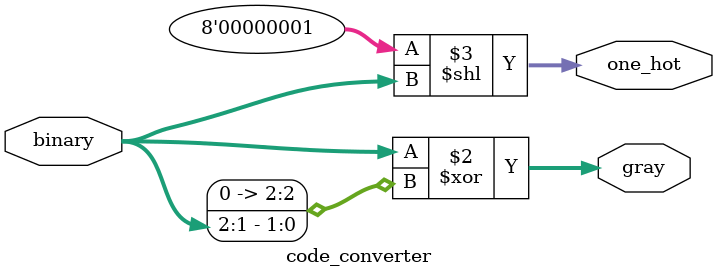
<source format=sv>
module code_converter (
    input [2:0] binary,
    output [2:0] gray,
    output [7:0] one_hot
);
    assign gray = binary ^ (binary >> 1);
    assign one_hot = 8'b1 << binary;
endmodule



</source>
